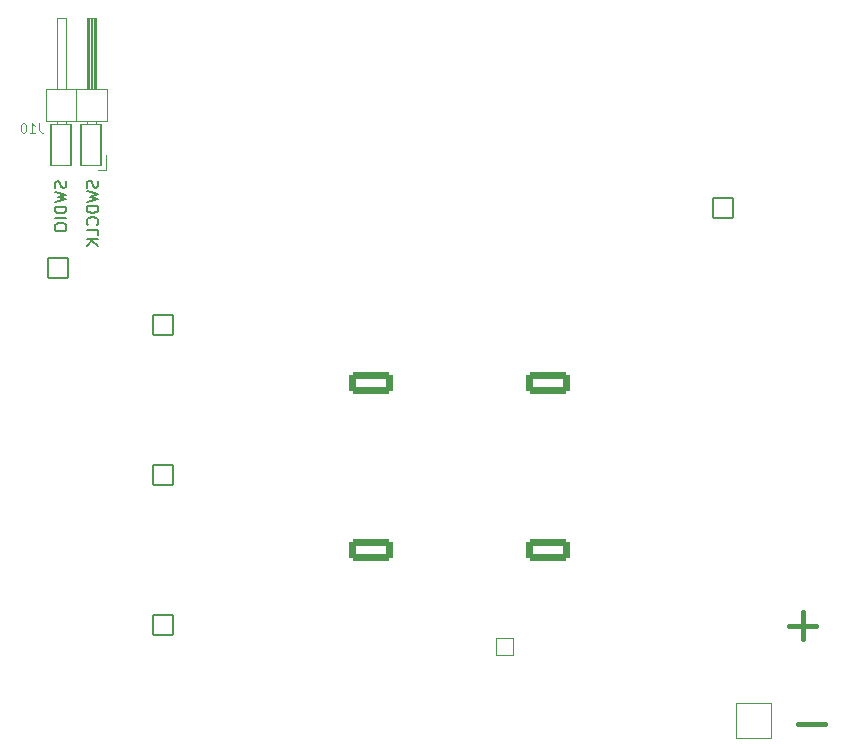
<source format=gbr>
%TF.GenerationSoftware,KiCad,Pcbnew,7.0.7*%
%TF.CreationDate,2023-09-23T02:22:54-04:00*%
%TF.ProjectId,WingsStation,57696e67-7353-4746-9174-696f6e2e6b69,v1*%
%TF.SameCoordinates,Original*%
%TF.FileFunction,Legend,Bot*%
%TF.FilePolarity,Positive*%
%FSLAX46Y46*%
G04 Gerber Fmt 4.6, Leading zero omitted, Abs format (unit mm)*
G04 Created by KiCad (PCBNEW 7.0.7) date 2023-09-23 02:22:54*
%MOMM*%
%LPD*%
G01*
G04 APERTURE LIST*
G04 Aperture macros list*
%AMRoundRect*
0 Rectangle with rounded corners*
0 $1 Rounding radius*
0 $2 $3 $4 $5 $6 $7 $8 $9 X,Y pos of 4 corners*
0 Add a 4 corners polygon primitive as box body*
4,1,4,$2,$3,$4,$5,$6,$7,$8,$9,$2,$3,0*
0 Add four circle primitives for the rounded corners*
1,1,$1+$1,$2,$3*
1,1,$1+$1,$4,$5*
1,1,$1+$1,$6,$7*
1,1,$1+$1,$8,$9*
0 Add four rect primitives between the rounded corners*
20,1,$1+$1,$2,$3,$4,$5,0*
20,1,$1+$1,$4,$5,$6,$7,0*
20,1,$1+$1,$6,$7,$8,$9,0*
20,1,$1+$1,$8,$9,$2,$3,0*%
G04 Aperture macros list end*
%ADD10C,0.400000*%
%ADD11C,0.150000*%
%ADD12C,0.100000*%
%ADD13C,0.120000*%
%ADD14RoundRect,0.051000X-0.850000X-0.850000X0.850000X-0.850000X0.850000X0.850000X-0.850000X0.850000X0*%
%ADD15O,1.802000X1.802000*%
%ADD16RoundRect,0.301000X0.650000X1.550000X-0.650000X1.550000X-0.650000X-1.550000X0.650000X-1.550000X0*%
%ADD17O,1.902000X3.702000*%
%ADD18C,2.577000*%
%ADD19RoundRect,0.301000X1.550000X-0.650000X1.550000X0.650000X-1.550000X0.650000X-1.550000X-0.650000X0*%
%ADD20O,3.702000X1.902000*%
%ADD21RoundRect,0.051000X1.500000X-1.500000X1.500000X1.500000X-1.500000X1.500000X-1.500000X-1.500000X0*%
%ADD22C,3.102000*%
%ADD23RoundRect,0.051000X0.850000X0.850000X-0.850000X0.850000X-0.850000X-0.850000X0.850000X-0.850000X0*%
%ADD24C,1.602000*%
%ADD25RoundRect,0.051000X-0.750000X-0.750000X0.750000X-0.750000X0.750000X0.750000X-0.750000X0.750000X0*%
%ADD26C,3.302000*%
%ADD27C,1.802000*%
%ADD28C,5.000000*%
%ADD29C,3.802000*%
%ADD30O,1.902000X1.902000*%
%ADD31O,1.602000X1.602000*%
%ADD32RoundRect,0.051000X-0.850000X0.850000X-0.850000X-0.850000X0.850000X-0.850000X0.850000X0.850000X0*%
%ADD33RoundRect,0.051000X0.850000X-1.750000X0.850000X1.750000X-0.850000X1.750000X-0.850000X-1.750000X0*%
%ADD34C,1.102000*%
G04 APERTURE END LIST*
D10*
X-80959058Y5061500D02*
X-78673343Y5061500D01*
X-79816201Y3918643D02*
X-79816201Y6204358D01*
X-80259058Y-3238500D02*
X-77973343Y-3238500D01*
D11*
X-139509000Y42747605D02*
X-139461381Y42604748D01*
X-139461381Y42604748D02*
X-139461381Y42366653D01*
X-139461381Y42366653D02*
X-139509000Y42271415D01*
X-139509000Y42271415D02*
X-139556620Y42223796D01*
X-139556620Y42223796D02*
X-139651858Y42176177D01*
X-139651858Y42176177D02*
X-139747096Y42176177D01*
X-139747096Y42176177D02*
X-139842334Y42223796D01*
X-139842334Y42223796D02*
X-139889953Y42271415D01*
X-139889953Y42271415D02*
X-139937572Y42366653D01*
X-139937572Y42366653D02*
X-139985191Y42557129D01*
X-139985191Y42557129D02*
X-140032810Y42652367D01*
X-140032810Y42652367D02*
X-140080429Y42699986D01*
X-140080429Y42699986D02*
X-140175667Y42747605D01*
X-140175667Y42747605D02*
X-140270905Y42747605D01*
X-140270905Y42747605D02*
X-140366143Y42699986D01*
X-140366143Y42699986D02*
X-140413762Y42652367D01*
X-140413762Y42652367D02*
X-140461381Y42557129D01*
X-140461381Y42557129D02*
X-140461381Y42319034D01*
X-140461381Y42319034D02*
X-140413762Y42176177D01*
X-140461381Y41842843D02*
X-139461381Y41604748D01*
X-139461381Y41604748D02*
X-140175667Y41414272D01*
X-140175667Y41414272D02*
X-139461381Y41223796D01*
X-139461381Y41223796D02*
X-140461381Y40985700D01*
X-139461381Y40604748D02*
X-140461381Y40604748D01*
X-140461381Y40604748D02*
X-140461381Y40366653D01*
X-140461381Y40366653D02*
X-140413762Y40223796D01*
X-140413762Y40223796D02*
X-140318524Y40128558D01*
X-140318524Y40128558D02*
X-140223286Y40080939D01*
X-140223286Y40080939D02*
X-140032810Y40033320D01*
X-140032810Y40033320D02*
X-139889953Y40033320D01*
X-139889953Y40033320D02*
X-139699477Y40080939D01*
X-139699477Y40080939D02*
X-139604239Y40128558D01*
X-139604239Y40128558D02*
X-139509000Y40223796D01*
X-139509000Y40223796D02*
X-139461381Y40366653D01*
X-139461381Y40366653D02*
X-139461381Y40604748D01*
X-139556620Y39033320D02*
X-139509000Y39080939D01*
X-139509000Y39080939D02*
X-139461381Y39223796D01*
X-139461381Y39223796D02*
X-139461381Y39319034D01*
X-139461381Y39319034D02*
X-139509000Y39461891D01*
X-139509000Y39461891D02*
X-139604239Y39557129D01*
X-139604239Y39557129D02*
X-139699477Y39604748D01*
X-139699477Y39604748D02*
X-139889953Y39652367D01*
X-139889953Y39652367D02*
X-140032810Y39652367D01*
X-140032810Y39652367D02*
X-140223286Y39604748D01*
X-140223286Y39604748D02*
X-140318524Y39557129D01*
X-140318524Y39557129D02*
X-140413762Y39461891D01*
X-140413762Y39461891D02*
X-140461381Y39319034D01*
X-140461381Y39319034D02*
X-140461381Y39223796D01*
X-140461381Y39223796D02*
X-140413762Y39080939D01*
X-140413762Y39080939D02*
X-140366143Y39033320D01*
X-139461381Y38128558D02*
X-139461381Y38604748D01*
X-139461381Y38604748D02*
X-140461381Y38604748D01*
X-139461381Y37795224D02*
X-140461381Y37795224D01*
X-139461381Y37223796D02*
X-140032810Y37652367D01*
X-140461381Y37223796D02*
X-139889953Y37795224D01*
X-142209000Y42704747D02*
X-142161381Y42561890D01*
X-142161381Y42561890D02*
X-142161381Y42323795D01*
X-142161381Y42323795D02*
X-142209000Y42228557D01*
X-142209000Y42228557D02*
X-142256620Y42180938D01*
X-142256620Y42180938D02*
X-142351858Y42133319D01*
X-142351858Y42133319D02*
X-142447096Y42133319D01*
X-142447096Y42133319D02*
X-142542334Y42180938D01*
X-142542334Y42180938D02*
X-142589953Y42228557D01*
X-142589953Y42228557D02*
X-142637572Y42323795D01*
X-142637572Y42323795D02*
X-142685191Y42514271D01*
X-142685191Y42514271D02*
X-142732810Y42609509D01*
X-142732810Y42609509D02*
X-142780429Y42657128D01*
X-142780429Y42657128D02*
X-142875667Y42704747D01*
X-142875667Y42704747D02*
X-142970905Y42704747D01*
X-142970905Y42704747D02*
X-143066143Y42657128D01*
X-143066143Y42657128D02*
X-143113762Y42609509D01*
X-143113762Y42609509D02*
X-143161381Y42514271D01*
X-143161381Y42514271D02*
X-143161381Y42276176D01*
X-143161381Y42276176D02*
X-143113762Y42133319D01*
X-143161381Y41799985D02*
X-142161381Y41561890D01*
X-142161381Y41561890D02*
X-142875667Y41371414D01*
X-142875667Y41371414D02*
X-142161381Y41180938D01*
X-142161381Y41180938D02*
X-143161381Y40942842D01*
X-142161381Y40561890D02*
X-143161381Y40561890D01*
X-143161381Y40561890D02*
X-143161381Y40323795D01*
X-143161381Y40323795D02*
X-143113762Y40180938D01*
X-143113762Y40180938D02*
X-143018524Y40085700D01*
X-143018524Y40085700D02*
X-142923286Y40038081D01*
X-142923286Y40038081D02*
X-142732810Y39990462D01*
X-142732810Y39990462D02*
X-142589953Y39990462D01*
X-142589953Y39990462D02*
X-142399477Y40038081D01*
X-142399477Y40038081D02*
X-142304239Y40085700D01*
X-142304239Y40085700D02*
X-142209000Y40180938D01*
X-142209000Y40180938D02*
X-142161381Y40323795D01*
X-142161381Y40323795D02*
X-142161381Y40561890D01*
X-142161381Y39561890D02*
X-143161381Y39561890D01*
X-143161381Y38895224D02*
X-143161381Y38704748D01*
X-143161381Y38704748D02*
X-143113762Y38609510D01*
X-143113762Y38609510D02*
X-143018524Y38514272D01*
X-143018524Y38514272D02*
X-142828048Y38466653D01*
X-142828048Y38466653D02*
X-142494715Y38466653D01*
X-142494715Y38466653D02*
X-142304239Y38514272D01*
X-142304239Y38514272D02*
X-142209000Y38609510D01*
X-142209000Y38609510D02*
X-142161381Y38704748D01*
X-142161381Y38704748D02*
X-142161381Y38895224D01*
X-142161381Y38895224D02*
X-142209000Y38990462D01*
X-142209000Y38990462D02*
X-142304239Y39085700D01*
X-142304239Y39085700D02*
X-142494715Y39133319D01*
X-142494715Y39133319D02*
X-142828048Y39133319D01*
X-142828048Y39133319D02*
X-143018524Y39085700D01*
X-143018524Y39085700D02*
X-143113762Y38990462D01*
X-143113762Y38990462D02*
X-143161381Y38895224D01*
D12*
X-144468581Y47620805D02*
X-144468581Y47049377D01*
X-144468581Y47049377D02*
X-144430486Y46935091D01*
X-144430486Y46935091D02*
X-144354295Y46858900D01*
X-144354295Y46858900D02*
X-144240010Y46820805D01*
X-144240010Y46820805D02*
X-144163819Y46820805D01*
X-145268581Y46820805D02*
X-144811438Y46820805D01*
X-145040010Y46820805D02*
X-145040010Y47620805D01*
X-145040010Y47620805D02*
X-144963819Y47506520D01*
X-144963819Y47506520D02*
X-144887629Y47430329D01*
X-144887629Y47430329D02*
X-144811438Y47392234D01*
X-145763820Y47620805D02*
X-145840010Y47620805D01*
X-145840010Y47620805D02*
X-145916201Y47582710D01*
X-145916201Y47582710D02*
X-145954296Y47544615D01*
X-145954296Y47544615D02*
X-145992391Y47468424D01*
X-145992391Y47468424D02*
X-146030486Y47316043D01*
X-146030486Y47316043D02*
X-146030486Y47125567D01*
X-146030486Y47125567D02*
X-145992391Y46973186D01*
X-145992391Y46973186D02*
X-145954296Y46896996D01*
X-145954296Y46896996D02*
X-145916201Y46858900D01*
X-145916201Y46858900D02*
X-145840010Y46820805D01*
X-145840010Y46820805D02*
X-145763820Y46820805D01*
X-145763820Y46820805D02*
X-145687629Y46858900D01*
X-145687629Y46858900D02*
X-145649534Y46896996D01*
X-145649534Y46896996D02*
X-145611439Y46973186D01*
X-145611439Y46973186D02*
X-145573343Y47125567D01*
X-145573343Y47125567D02*
X-145573343Y47316043D01*
X-145573343Y47316043D02*
X-145611439Y47468424D01*
X-145611439Y47468424D02*
X-145649534Y47544615D01*
X-145649534Y47544615D02*
X-145687629Y47582710D01*
X-145687629Y47582710D02*
X-145763820Y47620805D01*
D13*
%TO.C,J10*%
X-142977200Y47600100D02*
X-142976200Y47835700D01*
X-138726200Y47835700D02*
X-143866200Y47835700D01*
X-141326200Y47835700D02*
X-141326200Y50495700D01*
X-139676200Y56495700D02*
X-140436200Y56495700D01*
X-143866200Y47835700D02*
X-143866200Y50495700D01*
X-140216200Y50495700D02*
X-140216200Y56495700D01*
X-139736200Y50495700D02*
X-139736200Y56495700D01*
X-139856200Y50495700D02*
X-139856200Y56495700D01*
X-138786200Y43637700D02*
X-138786200Y44907700D01*
X-139676200Y50495700D02*
X-139676200Y56495700D01*
X-142216200Y47600100D02*
X-142216200Y47835700D01*
X-142976200Y56495700D02*
X-142976200Y50495700D01*
X-142216200Y56495700D02*
X-142976200Y56495700D01*
X-140436200Y47600100D02*
X-140436200Y47835700D01*
X-140436200Y56495700D02*
X-140436200Y50495700D01*
X-140336200Y50495700D02*
X-140336200Y56495700D01*
X-138726200Y50495700D02*
X-138726200Y47835700D01*
X-140056200Y43637700D02*
X-138786200Y43637700D01*
X-140096200Y50495700D02*
X-140096200Y56495700D01*
X-143866200Y50495700D02*
X-138726200Y50495700D01*
X-139976200Y50495700D02*
X-139976200Y56495700D01*
X-142216200Y50495700D02*
X-142216200Y56495700D01*
X-139676200Y47600100D02*
X-139676200Y47835700D01*
%TD*%
%LPC*%
D14*
%TO.C,J11*%
X-159096200Y35715700D03*
D15*
X-159096200Y33175700D03*
X-159096200Y30635700D03*
X-159096200Y28095700D03*
X-159096200Y25555700D03*
X-159096200Y23015700D03*
%TD*%
D16*
%TO.C,J8*%
X-88992200Y-18640300D03*
D17*
X-94072200Y-18640300D03*
X-99152200Y-18640300D03*
X-104232200Y-18640300D03*
X-109312200Y-18640300D03*
X-114392200Y-18640300D03*
X-119472200Y-18640300D03*
X-124552200Y-18640300D03*
%TD*%
D18*
%TO.C,F4*%
X-77466200Y25485700D03*
X-81166200Y25485700D03*
X-85666200Y25485700D03*
X-89366200Y25485700D03*
%TD*%
%TO.C,F3*%
X-77466200Y13285700D03*
X-81166200Y13285700D03*
X-85666200Y13285700D03*
X-89366200Y13285700D03*
%TD*%
%TO.C,F2*%
X-77549410Y31385700D03*
X-81249410Y31385700D03*
X-85749410Y31385700D03*
X-89449410Y31385700D03*
%TD*%
%TO.C,F1*%
X-77549410Y19085700D03*
X-81249410Y19085700D03*
X-85749410Y19085700D03*
X-89449410Y19085700D03*
%TD*%
D19*
%TO.C,J2*%
X-116373700Y25585700D03*
D20*
X-116373700Y29085700D03*
X-116373700Y32585700D03*
%TD*%
D19*
%TO.C,J4*%
X-101373700Y25603200D03*
D20*
X-101373700Y29103200D03*
X-101373700Y32603200D03*
%TD*%
D19*
%TO.C,J3*%
X-101373700Y11520700D03*
D20*
X-101373700Y15020700D03*
X-101373700Y18520700D03*
%TD*%
D19*
%TO.C,J1*%
X-116373700Y11503200D03*
D20*
X-116373700Y15003200D03*
X-116373700Y18503200D03*
%TD*%
D21*
%TO.C,TB1*%
X-83952400Y-3012260D03*
D22*
X-83952400Y5237660D03*
%TD*%
D23*
%TO.C,J6*%
X-86616200Y40460700D03*
D15*
X-86616200Y43000700D03*
X-86616200Y45540700D03*
%TD*%
D24*
%TO.C,J7*%
X-96126200Y5825700D03*
X-97396200Y3285700D03*
X-98666200Y5825700D03*
X-99936200Y3285700D03*
X-101206200Y5825700D03*
X-102476200Y3285700D03*
X-103746200Y5825700D03*
D25*
X-105016200Y3285700D03*
D26*
X-106286200Y-3064300D03*
X-94856200Y-3064300D03*
%TD*%
D27*
%TO.C,J5*%
X-158888200Y7003700D03*
X-158888200Y4503700D03*
X-158888200Y1903700D03*
X-158888200Y-596300D03*
D28*
X-159388200Y14853700D03*
X-183188200Y-8446300D03*
X-159388200Y-8446300D03*
X-183188200Y14853700D03*
%TD*%
D29*
%TO.C,H3*%
X-151816200Y42885700D03*
%TD*%
D30*
%TO.C,U1*%
X-145641200Y-12514300D03*
D31*
X-145341200Y-9484300D03*
X-140491200Y-9484300D03*
D30*
X-140191200Y-12514300D03*
D15*
X-134026200Y-12644300D03*
X-134026200Y-10104300D03*
D23*
X-134026200Y-7564300D03*
D15*
X-134026200Y-5024300D03*
X-134026200Y-2484300D03*
X-134026200Y55700D03*
X-134026200Y2595700D03*
D23*
X-134026200Y5135700D03*
D15*
X-134026200Y7675700D03*
X-134026200Y10215700D03*
X-134026200Y12755700D03*
X-134026200Y15295700D03*
D23*
X-134026200Y17835700D03*
D15*
X-134026200Y20375700D03*
X-134026200Y22915700D03*
X-134026200Y25455700D03*
X-134026200Y27995700D03*
D23*
X-134026200Y30535700D03*
D15*
X-134026200Y33075700D03*
X-134026200Y35615700D03*
X-151806200Y35615700D03*
X-151806200Y33075700D03*
D23*
X-151806200Y30535700D03*
D15*
X-151806200Y27995700D03*
X-151806200Y25455700D03*
X-151806200Y22915700D03*
X-151806200Y20375700D03*
D23*
X-151806200Y17835700D03*
D15*
X-151806200Y15295700D03*
X-151806200Y12755700D03*
X-151806200Y10215700D03*
X-151806200Y7675700D03*
D23*
X-151806200Y5135700D03*
D15*
X-151806200Y2595700D03*
X-151806200Y55700D03*
X-151806200Y-2484300D03*
X-151806200Y-5024300D03*
D23*
X-151806200Y-7564300D03*
D15*
X-151806200Y-10104300D03*
X-151806200Y-12644300D03*
X-140376200Y35385700D03*
D23*
X-142916200Y35385700D03*
D15*
X-145456200Y35385700D03*
%TD*%
D29*
%TO.C,H4*%
X-77686200Y42885700D03*
%TD*%
%TO.C,H2*%
X-77786200Y-19136300D03*
%TD*%
%TO.C,H1*%
X-151836200Y-19086300D03*
%TD*%
D32*
%TO.C,J9*%
X-131116200Y-20414300D03*
D15*
X-133656200Y-20414300D03*
X-136196200Y-20414300D03*
%TD*%
D33*
%TO.C,J10*%
X-140056200Y45785700D03*
X-142611200Y45785700D03*
%TD*%
D34*
X-126716200Y12335700D03*
X-82216200Y-12164300D03*
X-155366200Y-13364300D03*
X-156866200Y-11814300D03*
X-131716200Y39335700D03*
X-123866200Y39385700D03*
X-127616200Y39485700D03*
X-128866200Y33685700D03*
X-127116200Y17835700D03*
X-127016200Y28035700D03*
X-127066200Y23085700D03*
X-116166200Y-8814298D03*
X-109634949Y-8283051D03*
X-123282200Y-8648300D03*
X-155794200Y29365700D03*
X-156810200Y27079700D03*
X-156048200Y1933700D03*
X-96916200Y46070700D03*
X-95416200Y46170700D03*
X-101366200Y45935704D03*
X-105516200Y45970700D03*
X-130516200Y-15264300D03*
X-90916200Y44085700D03*
X-89416200Y44085700D03*
X-139916200Y43385700D03*
X-141866200Y43235700D03*
%LPD*%
M02*

</source>
